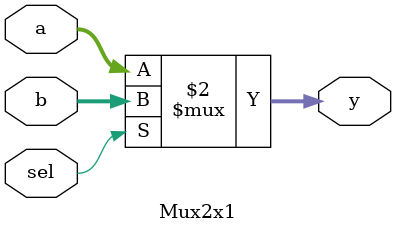
<source format=v>
module Mux2x1 #(parameter size = 32) (
    input [size - 1:0] a, b, // Inputs with parameterized width
    input sel,                     // Selection signal
    output [size - 1:0] y      // Output with parameterized width
);

    // Logic: Select input based on 's'
    assign y = ~sel ? a : b;

endmodule
</source>
